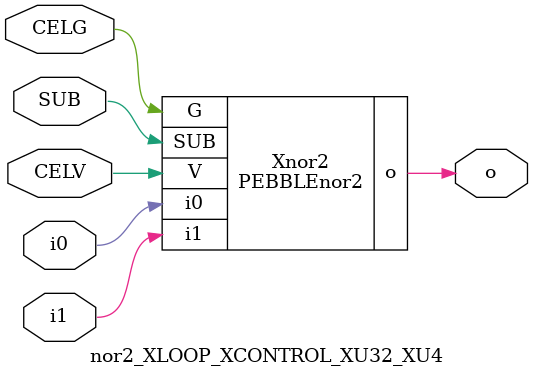
<source format=v>



module PEBBLEnor2 ( o, G, SUB, V, i0, i1 );

  input i0;
  input V;
  input i1;
  input G;
  output o;
  input SUB;
endmodule

//Celera Confidential Do Not Copy nor2_XLOOP_XCONTROL_XU32_XU4
//Celera Confidential Symbol Generator
//nor2
module nor2_XLOOP_XCONTROL_XU32_XU4 (CELV,CELG,i0,i1,o,SUB);
input CELV;
input CELG;
input i0;
input i1;
input SUB;
output o;

//Celera Confidential Do Not Copy nor2
PEBBLEnor2 Xnor2(
.V (CELV),
.i0 (i0),
.i1 (i1),
.o (o),
.SUB (SUB),
.G (CELG)
);
//,diesize,PEBBLEnor2

//Celera Confidential Do Not Copy Module End
//Celera Schematic Generator
endmodule

</source>
